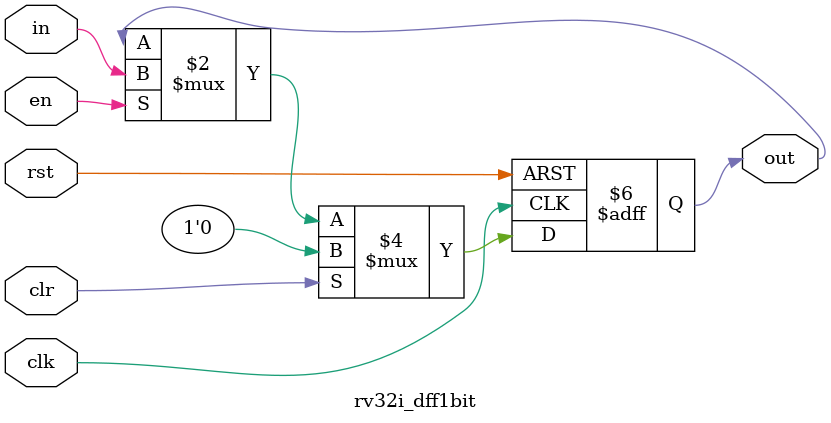
<source format=v>
module rv32i_dff1bit(clk, rst, in, en, clr, out);
input clk, rst;
input in;
input en;
input clr;
output reg out;

always @(posedge rst, posedge clk)
begin
if(rst) out<=0;
else
begin
	if(clr) out<=0;
	else out<=(en)?in:out;
end
end

endmodule

</source>
